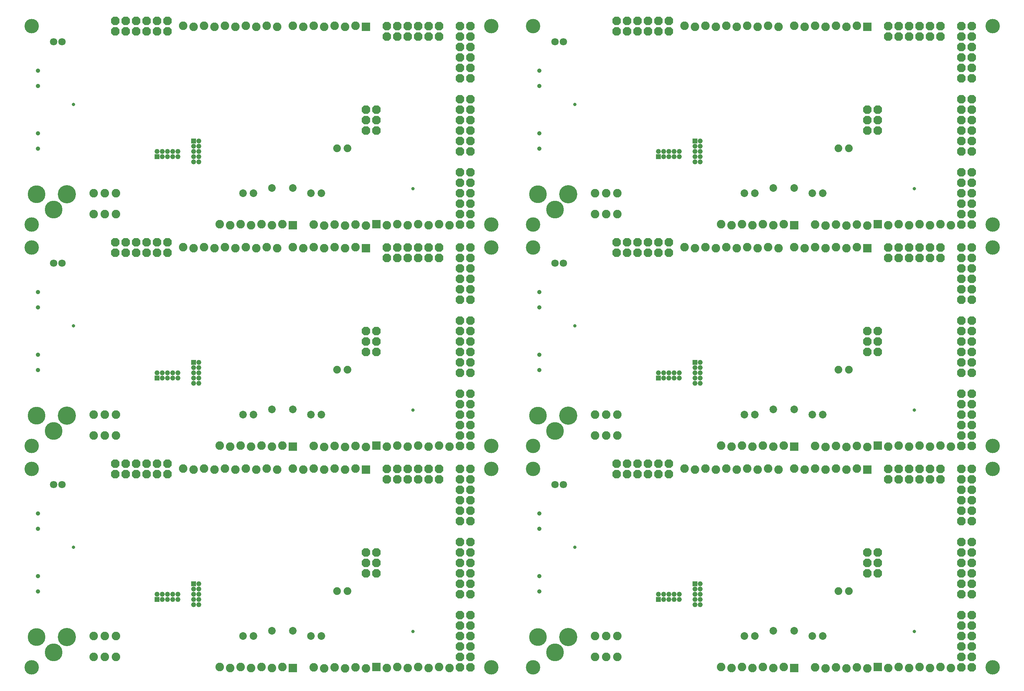
<source format=gbs>
G75*
%MOIN*%
%OFA0B0*%
%FSLAX24Y24*%
%IPPOS*%
%LPD*%
%AMOC8*
5,1,8,0,0,1.08239X$1,22.5*
%
%ADD10C,0.0316*%
%ADD11C,0.0710*%
%ADD12C,0.1740*%
%ADD13C,0.1700*%
%ADD14C,0.0820*%
%ADD15R,0.0820X0.0820*%
%ADD16OC8,0.0820*%
%ADD17R,0.0490X0.0490*%
%ADD18C,0.0490*%
%ADD19C,0.0415*%
%ADD20C,0.0730*%
%ADD21C,0.0740*%
%ADD22C,0.1380*%
D10*
X009640Y015340D03*
X009640Y036540D03*
X009640Y057740D03*
X042140Y049690D03*
X057640Y057740D03*
X057640Y036540D03*
X042140Y028490D03*
X057640Y015340D03*
X042140Y007290D03*
X090140Y007290D03*
X090140Y028490D03*
X090140Y049690D03*
D11*
X056534Y042540D03*
X055746Y042540D03*
X055746Y021340D03*
X056534Y021340D03*
X008534Y021340D03*
X007746Y021340D03*
X007746Y042540D03*
X008534Y042540D03*
X008534Y063740D03*
X007746Y063740D03*
X055746Y063740D03*
X056534Y063740D03*
D12*
X057004Y049140D03*
X057004Y027940D03*
X057004Y006740D03*
X009004Y006740D03*
X009004Y027940D03*
X009004Y049140D03*
D13*
X006121Y049130D03*
X007753Y047659D03*
X006121Y027930D03*
X007753Y026459D03*
X006121Y006730D03*
X007753Y005259D03*
X054121Y006730D03*
X055753Y005259D03*
X055753Y026459D03*
X054121Y027930D03*
X055753Y047659D03*
X054121Y049130D03*
D14*
X059570Y049240D03*
X060640Y049240D03*
X061710Y049240D03*
X061710Y047240D03*
X060640Y047240D03*
X059570Y047240D03*
X068140Y044090D03*
X069140Y043990D03*
X070140Y044090D03*
X071140Y043990D03*
X072140Y044090D03*
X073140Y043990D03*
X074140Y044090D03*
X075140Y043990D03*
X076140Y044090D03*
X077140Y043990D03*
X078640Y044090D03*
X079640Y043990D03*
X080640Y044090D03*
X081640Y043990D03*
X082640Y044090D03*
X083640Y043990D03*
X084640Y044090D03*
X084640Y046240D03*
X083640Y046140D03*
X082640Y046240D03*
X081640Y046140D03*
X080640Y046240D03*
X077640Y046290D03*
X076640Y046190D03*
X075640Y046290D03*
X074640Y046190D03*
X073640Y046290D03*
X072640Y046190D03*
X071640Y046290D03*
X085640Y046140D03*
X087640Y046190D03*
X088640Y046290D03*
X089640Y046190D03*
X090640Y046290D03*
X091640Y046190D03*
X092640Y046290D03*
X093640Y046190D03*
X084640Y065290D03*
X083640Y065190D03*
X082640Y065290D03*
X081640Y065190D03*
X080640Y065290D03*
X079640Y065190D03*
X078640Y065290D03*
X077140Y065190D03*
X076140Y065290D03*
X075140Y065190D03*
X074140Y065290D03*
X073140Y065190D03*
X072140Y065290D03*
X071140Y065190D03*
X070140Y065290D03*
X069140Y065190D03*
X068140Y065290D03*
X044640Y046290D03*
X043640Y046190D03*
X042640Y046290D03*
X041640Y046190D03*
X040640Y046290D03*
X039640Y046190D03*
X037640Y046140D03*
X036640Y046240D03*
X035640Y046140D03*
X034640Y046240D03*
X033640Y046140D03*
X032640Y046240D03*
X032640Y044090D03*
X031640Y043990D03*
X030640Y044090D03*
X029140Y043990D03*
X028140Y044090D03*
X027140Y043990D03*
X026140Y044090D03*
X025140Y043990D03*
X024140Y044090D03*
X023140Y043990D03*
X022140Y044090D03*
X021140Y043990D03*
X020140Y044090D03*
X023640Y046290D03*
X024640Y046190D03*
X025640Y046290D03*
X026640Y046190D03*
X027640Y046290D03*
X028640Y046190D03*
X029640Y046290D03*
X033640Y043990D03*
X034640Y044090D03*
X035640Y043990D03*
X036640Y044090D03*
X045640Y046190D03*
X059570Y028040D03*
X060640Y028040D03*
X061710Y028040D03*
X061710Y026040D03*
X060640Y026040D03*
X059570Y026040D03*
X068140Y022890D03*
X069140Y022790D03*
X070140Y022890D03*
X071140Y022790D03*
X072140Y022890D03*
X073140Y022790D03*
X074140Y022890D03*
X075140Y022790D03*
X076140Y022890D03*
X077140Y022790D03*
X078640Y022890D03*
X079640Y022790D03*
X080640Y022890D03*
X081640Y022790D03*
X082640Y022890D03*
X083640Y022790D03*
X084640Y022890D03*
X084640Y025040D03*
X083640Y024940D03*
X082640Y025040D03*
X081640Y024940D03*
X080640Y025040D03*
X077640Y025090D03*
X076640Y024990D03*
X075640Y025090D03*
X074640Y024990D03*
X073640Y025090D03*
X072640Y024990D03*
X071640Y025090D03*
X085640Y024940D03*
X087640Y024990D03*
X088640Y025090D03*
X089640Y024990D03*
X090640Y025090D03*
X091640Y024990D03*
X092640Y025090D03*
X093640Y024990D03*
X092640Y003890D03*
X091640Y003790D03*
X090640Y003890D03*
X089640Y003790D03*
X088640Y003890D03*
X087640Y003790D03*
X085640Y003740D03*
X084640Y003840D03*
X083640Y003740D03*
X082640Y003840D03*
X081640Y003740D03*
X080640Y003840D03*
X077640Y003890D03*
X076640Y003790D03*
X075640Y003890D03*
X074640Y003790D03*
X073640Y003890D03*
X072640Y003790D03*
X071640Y003890D03*
X061710Y004840D03*
X060640Y004840D03*
X059570Y004840D03*
X059570Y006840D03*
X060640Y006840D03*
X061710Y006840D03*
X045640Y003790D03*
X044640Y003890D03*
X043640Y003790D03*
X042640Y003890D03*
X041640Y003790D03*
X040640Y003890D03*
X039640Y003790D03*
X037640Y003740D03*
X036640Y003840D03*
X035640Y003740D03*
X034640Y003840D03*
X033640Y003740D03*
X032640Y003840D03*
X029640Y003890D03*
X028640Y003790D03*
X027640Y003890D03*
X026640Y003790D03*
X025640Y003890D03*
X024640Y003790D03*
X023640Y003890D03*
X013710Y004840D03*
X012640Y004840D03*
X011570Y004840D03*
X011570Y006840D03*
X012640Y006840D03*
X013710Y006840D03*
X021140Y022790D03*
X020140Y022890D03*
X022140Y022890D03*
X023140Y022790D03*
X024140Y022890D03*
X025140Y022790D03*
X026140Y022890D03*
X027140Y022790D03*
X028140Y022890D03*
X029140Y022790D03*
X030640Y022890D03*
X031640Y022790D03*
X032640Y022890D03*
X033640Y022790D03*
X034640Y022890D03*
X035640Y022790D03*
X036640Y022890D03*
X036640Y025040D03*
X035640Y024940D03*
X034640Y025040D03*
X033640Y024940D03*
X032640Y025040D03*
X029640Y025090D03*
X028640Y024990D03*
X027640Y025090D03*
X026640Y024990D03*
X025640Y025090D03*
X024640Y024990D03*
X023640Y025090D03*
X013710Y026040D03*
X012640Y026040D03*
X011570Y026040D03*
X011570Y028040D03*
X012640Y028040D03*
X013710Y028040D03*
X037640Y024940D03*
X039640Y024990D03*
X040640Y025090D03*
X041640Y024990D03*
X042640Y025090D03*
X043640Y024990D03*
X044640Y025090D03*
X045640Y024990D03*
X013710Y047240D03*
X012640Y047240D03*
X011570Y047240D03*
X011570Y049240D03*
X012640Y049240D03*
X013710Y049240D03*
X020140Y065290D03*
X021140Y065190D03*
X022140Y065290D03*
X023140Y065190D03*
X024140Y065290D03*
X025140Y065190D03*
X026140Y065290D03*
X027140Y065190D03*
X028140Y065290D03*
X029140Y065190D03*
X030640Y065290D03*
X031640Y065190D03*
X032640Y065290D03*
X033640Y065190D03*
X034640Y065290D03*
X035640Y065190D03*
X036640Y065290D03*
X093640Y003790D03*
D15*
X086640Y003890D03*
X078640Y003790D03*
X085640Y022790D03*
X086640Y025090D03*
X078640Y024990D03*
X085640Y043990D03*
X086640Y046290D03*
X078640Y046190D03*
X085640Y065190D03*
X038640Y046290D03*
X037640Y043990D03*
X030640Y046190D03*
X037640Y065190D03*
X038640Y025090D03*
X037640Y022790D03*
X030640Y024990D03*
X030640Y003790D03*
X038640Y003890D03*
D16*
X046640Y003840D03*
X047640Y003840D03*
X047640Y004840D03*
X047640Y005840D03*
X047640Y006840D03*
X046640Y006840D03*
X046640Y005840D03*
X046640Y004840D03*
X046640Y007840D03*
X046640Y008840D03*
X047640Y008840D03*
X047640Y007840D03*
X047640Y010840D03*
X046640Y010840D03*
X046640Y011840D03*
X046640Y012840D03*
X047640Y012840D03*
X047640Y011840D03*
X047640Y013840D03*
X047640Y014840D03*
X047640Y015840D03*
X046640Y015840D03*
X046640Y014840D03*
X046640Y013840D03*
X046640Y017840D03*
X047640Y017840D03*
X047640Y018840D03*
X047640Y019840D03*
X046640Y019840D03*
X046640Y018840D03*
X046640Y020840D03*
X046640Y021840D03*
X047640Y021840D03*
X047640Y020840D03*
X047640Y022840D03*
X046640Y022840D03*
X044640Y022840D03*
X043640Y022840D03*
X042640Y022840D03*
X041640Y022840D03*
X040640Y022840D03*
X039640Y022840D03*
X039640Y021840D03*
X040640Y021840D03*
X041640Y021840D03*
X042640Y021840D03*
X043640Y021840D03*
X044640Y021840D03*
X046640Y025040D03*
X046640Y026040D03*
X047640Y026040D03*
X047640Y025040D03*
X047640Y027040D03*
X047640Y028040D03*
X046640Y028040D03*
X046640Y027040D03*
X046640Y029040D03*
X046640Y030040D03*
X047640Y030040D03*
X047640Y029040D03*
X047640Y032040D03*
X047640Y033040D03*
X046640Y033040D03*
X046640Y032040D03*
X046640Y034040D03*
X046640Y035040D03*
X047640Y035040D03*
X047640Y034040D03*
X047640Y036040D03*
X047640Y037040D03*
X046640Y037040D03*
X046640Y036040D03*
X046640Y039040D03*
X046640Y040040D03*
X047640Y040040D03*
X047640Y039040D03*
X047640Y041040D03*
X047640Y042040D03*
X046640Y042040D03*
X046640Y041040D03*
X046640Y043040D03*
X046640Y044040D03*
X047640Y044040D03*
X047640Y043040D03*
X044640Y043040D03*
X043640Y043040D03*
X043640Y044040D03*
X044640Y044040D03*
X042640Y044040D03*
X042640Y043040D03*
X041640Y043040D03*
X041640Y044040D03*
X040640Y044040D03*
X040640Y043040D03*
X039640Y043040D03*
X039640Y044040D03*
X046640Y046240D03*
X047640Y046240D03*
X047640Y047240D03*
X047640Y048240D03*
X046640Y048240D03*
X046640Y047240D03*
X046640Y049240D03*
X046640Y050240D03*
X047640Y050240D03*
X047640Y049240D03*
X047640Y051240D03*
X046640Y051240D03*
X046640Y053240D03*
X046640Y054240D03*
X046640Y055240D03*
X047640Y055240D03*
X047640Y054240D03*
X047640Y053240D03*
X047640Y056240D03*
X047640Y057240D03*
X046640Y057240D03*
X046640Y056240D03*
X046640Y058240D03*
X047640Y058240D03*
X047640Y060240D03*
X047640Y061240D03*
X046640Y061240D03*
X046640Y060240D03*
X046640Y062240D03*
X046640Y063240D03*
X046640Y064240D03*
X047640Y064240D03*
X047640Y063240D03*
X047640Y062240D03*
X044640Y064240D03*
X043640Y064240D03*
X042640Y064240D03*
X041640Y064240D03*
X040640Y064240D03*
X039640Y064240D03*
X039640Y065240D03*
X040640Y065240D03*
X041640Y065240D03*
X042640Y065240D03*
X043640Y065240D03*
X044640Y065240D03*
X046640Y065240D03*
X047640Y065240D03*
X038640Y057240D03*
X038640Y056240D03*
X037640Y056240D03*
X037640Y057240D03*
X037640Y055240D03*
X038640Y055240D03*
X018640Y064740D03*
X017640Y064740D03*
X016640Y064740D03*
X015640Y064740D03*
X014640Y064740D03*
X013640Y064740D03*
X013640Y065740D03*
X014640Y065740D03*
X015640Y065740D03*
X016640Y065740D03*
X017640Y065740D03*
X018640Y065740D03*
X018640Y044540D03*
X018640Y043540D03*
X017640Y043540D03*
X017640Y044540D03*
X016640Y044540D03*
X016640Y043540D03*
X015640Y043540D03*
X015640Y044540D03*
X014640Y044540D03*
X014640Y043540D03*
X013640Y043540D03*
X013640Y044540D03*
X037640Y036040D03*
X038640Y036040D03*
X038640Y035040D03*
X038640Y034040D03*
X037640Y034040D03*
X037640Y035040D03*
X018640Y023340D03*
X018640Y022340D03*
X017640Y022340D03*
X017640Y023340D03*
X016640Y023340D03*
X016640Y022340D03*
X015640Y022340D03*
X015640Y023340D03*
X014640Y023340D03*
X014640Y022340D03*
X013640Y022340D03*
X013640Y023340D03*
X037640Y014840D03*
X037640Y013840D03*
X038640Y013840D03*
X038640Y014840D03*
X038640Y012840D03*
X037640Y012840D03*
X061640Y022340D03*
X061640Y023340D03*
X062640Y023340D03*
X062640Y022340D03*
X063640Y022340D03*
X063640Y023340D03*
X064640Y023340D03*
X064640Y022340D03*
X065640Y022340D03*
X065640Y023340D03*
X066640Y023340D03*
X066640Y022340D03*
X085640Y014840D03*
X085640Y013840D03*
X086640Y013840D03*
X086640Y014840D03*
X086640Y012840D03*
X085640Y012840D03*
X094640Y012840D03*
X094640Y011840D03*
X095640Y011840D03*
X095640Y012840D03*
X095640Y013840D03*
X095640Y014840D03*
X095640Y015840D03*
X094640Y015840D03*
X094640Y014840D03*
X094640Y013840D03*
X094640Y010840D03*
X095640Y010840D03*
X095640Y008840D03*
X095640Y007840D03*
X094640Y007840D03*
X094640Y008840D03*
X094640Y006840D03*
X094640Y005840D03*
X094640Y004840D03*
X095640Y004840D03*
X095640Y005840D03*
X095640Y006840D03*
X095640Y003840D03*
X094640Y003840D03*
X094640Y017840D03*
X095640Y017840D03*
X095640Y018840D03*
X095640Y019840D03*
X094640Y019840D03*
X094640Y018840D03*
X094640Y020840D03*
X094640Y021840D03*
X095640Y021840D03*
X095640Y020840D03*
X095640Y022840D03*
X094640Y022840D03*
X092640Y022840D03*
X091640Y022840D03*
X090640Y022840D03*
X089640Y022840D03*
X088640Y022840D03*
X087640Y022840D03*
X087640Y021840D03*
X088640Y021840D03*
X089640Y021840D03*
X090640Y021840D03*
X091640Y021840D03*
X092640Y021840D03*
X094640Y025040D03*
X094640Y026040D03*
X095640Y026040D03*
X095640Y025040D03*
X095640Y027040D03*
X095640Y028040D03*
X094640Y028040D03*
X094640Y027040D03*
X094640Y029040D03*
X094640Y030040D03*
X095640Y030040D03*
X095640Y029040D03*
X095640Y032040D03*
X095640Y033040D03*
X094640Y033040D03*
X094640Y032040D03*
X094640Y034040D03*
X094640Y035040D03*
X095640Y035040D03*
X095640Y034040D03*
X095640Y036040D03*
X095640Y037040D03*
X094640Y037040D03*
X094640Y036040D03*
X094640Y039040D03*
X094640Y040040D03*
X095640Y040040D03*
X095640Y039040D03*
X095640Y041040D03*
X095640Y042040D03*
X094640Y042040D03*
X094640Y041040D03*
X094640Y043040D03*
X094640Y044040D03*
X095640Y044040D03*
X095640Y043040D03*
X092640Y043040D03*
X092640Y044040D03*
X091640Y044040D03*
X091640Y043040D03*
X090640Y043040D03*
X090640Y044040D03*
X089640Y044040D03*
X089640Y043040D03*
X088640Y043040D03*
X088640Y044040D03*
X087640Y044040D03*
X087640Y043040D03*
X094640Y046240D03*
X095640Y046240D03*
X095640Y047240D03*
X095640Y048240D03*
X094640Y048240D03*
X094640Y047240D03*
X094640Y049240D03*
X094640Y050240D03*
X095640Y050240D03*
X095640Y049240D03*
X095640Y051240D03*
X094640Y051240D03*
X094640Y053240D03*
X094640Y054240D03*
X094640Y055240D03*
X095640Y055240D03*
X095640Y054240D03*
X095640Y053240D03*
X095640Y056240D03*
X095640Y057240D03*
X094640Y057240D03*
X094640Y056240D03*
X094640Y058240D03*
X095640Y058240D03*
X095640Y060240D03*
X095640Y061240D03*
X094640Y061240D03*
X094640Y060240D03*
X094640Y062240D03*
X094640Y063240D03*
X094640Y064240D03*
X095640Y064240D03*
X095640Y063240D03*
X095640Y062240D03*
X092640Y064240D03*
X091640Y064240D03*
X090640Y064240D03*
X089640Y064240D03*
X088640Y064240D03*
X087640Y064240D03*
X087640Y065240D03*
X088640Y065240D03*
X089640Y065240D03*
X090640Y065240D03*
X091640Y065240D03*
X092640Y065240D03*
X094640Y065240D03*
X095640Y065240D03*
X086640Y057240D03*
X086640Y056240D03*
X085640Y056240D03*
X085640Y057240D03*
X085640Y055240D03*
X086640Y055240D03*
X066640Y064740D03*
X065640Y064740D03*
X064640Y064740D03*
X063640Y064740D03*
X062640Y064740D03*
X061640Y064740D03*
X061640Y065740D03*
X062640Y065740D03*
X063640Y065740D03*
X064640Y065740D03*
X065640Y065740D03*
X066640Y065740D03*
X066640Y044540D03*
X066640Y043540D03*
X065640Y043540D03*
X065640Y044540D03*
X064640Y044540D03*
X064640Y043540D03*
X063640Y043540D03*
X063640Y044540D03*
X062640Y044540D03*
X062640Y043540D03*
X061640Y043540D03*
X061640Y044540D03*
X085640Y036040D03*
X086640Y036040D03*
X086640Y035040D03*
X086640Y034040D03*
X085640Y034040D03*
X085640Y035040D03*
D17*
X069140Y033040D03*
X065640Y031540D03*
X069140Y011840D03*
X065640Y010340D03*
X021140Y011840D03*
X017640Y010340D03*
X017640Y031540D03*
X021140Y033040D03*
X017640Y052740D03*
X021140Y054240D03*
X065640Y052740D03*
X069140Y054240D03*
D18*
X069640Y054240D03*
X069640Y053740D03*
X069640Y053240D03*
X069140Y053240D03*
X069140Y053740D03*
X069140Y052740D03*
X069640Y052740D03*
X069640Y052240D03*
X069140Y052240D03*
X067640Y052740D03*
X067140Y052740D03*
X067140Y053240D03*
X067640Y053240D03*
X066640Y053240D03*
X066140Y053240D03*
X066140Y052740D03*
X066640Y052740D03*
X065640Y053240D03*
X069640Y033040D03*
X069640Y032540D03*
X069140Y032540D03*
X069140Y032040D03*
X069640Y032040D03*
X069640Y031540D03*
X069140Y031540D03*
X069140Y031040D03*
X069640Y031040D03*
X067640Y031540D03*
X067140Y031540D03*
X067140Y032040D03*
X067640Y032040D03*
X066640Y032040D03*
X066140Y032040D03*
X066140Y031540D03*
X066640Y031540D03*
X065640Y032040D03*
X069640Y011840D03*
X069640Y011340D03*
X069140Y011340D03*
X069140Y010840D03*
X069640Y010840D03*
X069640Y010340D03*
X069640Y009840D03*
X069140Y009840D03*
X069140Y010340D03*
X067640Y010340D03*
X067140Y010340D03*
X067140Y010840D03*
X067640Y010840D03*
X066640Y010840D03*
X066140Y010840D03*
X066140Y010340D03*
X066640Y010340D03*
X065640Y010840D03*
X021640Y010840D03*
X021640Y010340D03*
X021640Y009840D03*
X021140Y009840D03*
X021140Y010340D03*
X021140Y010840D03*
X021140Y011340D03*
X021640Y011340D03*
X021640Y011840D03*
X019640Y010840D03*
X019640Y010340D03*
X019140Y010340D03*
X018640Y010340D03*
X018640Y010840D03*
X019140Y010840D03*
X018140Y010840D03*
X017640Y010840D03*
X018140Y010340D03*
X021140Y031040D03*
X021140Y031540D03*
X021140Y032040D03*
X021140Y032540D03*
X021640Y032540D03*
X021640Y033040D03*
X021640Y032040D03*
X021640Y031540D03*
X021640Y031040D03*
X019640Y031540D03*
X019640Y032040D03*
X019140Y032040D03*
X018640Y032040D03*
X018640Y031540D03*
X019140Y031540D03*
X018140Y031540D03*
X018140Y032040D03*
X017640Y032040D03*
X021140Y052240D03*
X021140Y052740D03*
X021140Y053240D03*
X021140Y053740D03*
X021640Y053740D03*
X021640Y053240D03*
X021640Y052740D03*
X021640Y052240D03*
X019640Y052740D03*
X019640Y053240D03*
X019140Y053240D03*
X018640Y053240D03*
X018640Y052740D03*
X019140Y052740D03*
X018140Y052740D03*
X018140Y053240D03*
X017640Y053240D03*
X021640Y054240D03*
D19*
X006256Y053492D03*
X006256Y054988D03*
X006256Y059492D03*
X006256Y060988D03*
X006256Y039788D03*
X006256Y038292D03*
X006256Y033788D03*
X006256Y032292D03*
X006256Y018588D03*
X006256Y017092D03*
X006256Y012588D03*
X006256Y011092D03*
X054256Y011092D03*
X054256Y012588D03*
X054256Y017092D03*
X054256Y018588D03*
X054256Y032292D03*
X054256Y033788D03*
X054256Y038292D03*
X054256Y039788D03*
X054256Y053492D03*
X054256Y054988D03*
X054256Y059492D03*
X054256Y060988D03*
D20*
X073890Y049240D03*
X074890Y049240D03*
X076640Y049740D03*
X078640Y049740D03*
X080390Y049240D03*
X081390Y049240D03*
X078640Y028540D03*
X080390Y028040D03*
X081390Y028040D03*
X076640Y028540D03*
X074890Y028040D03*
X073890Y028040D03*
X076640Y007340D03*
X074890Y006840D03*
X073890Y006840D03*
X078640Y007340D03*
X080390Y006840D03*
X081390Y006840D03*
X033390Y006840D03*
X032390Y006840D03*
X030640Y007340D03*
X028640Y007340D03*
X026890Y006840D03*
X025890Y006840D03*
X025890Y028040D03*
X026890Y028040D03*
X028640Y028540D03*
X030640Y028540D03*
X032390Y028040D03*
X033390Y028040D03*
X033390Y049240D03*
X032390Y049240D03*
X030640Y049740D03*
X028640Y049740D03*
X026890Y049240D03*
X025890Y049240D03*
D21*
X034890Y053540D03*
X035890Y053540D03*
X035890Y032340D03*
X034890Y032340D03*
X034890Y011140D03*
X035890Y011140D03*
X082890Y011140D03*
X083890Y011140D03*
X083890Y032340D03*
X082890Y032340D03*
X082890Y053540D03*
X083890Y053540D03*
D22*
X005640Y003840D03*
X005640Y022840D03*
X005640Y025040D03*
X005640Y044040D03*
X005640Y046240D03*
X005640Y065240D03*
X049640Y065240D03*
X053640Y065240D03*
X053640Y046240D03*
X053640Y044040D03*
X049640Y044040D03*
X049640Y046240D03*
X049640Y025040D03*
X049640Y022840D03*
X053640Y022840D03*
X053640Y025040D03*
X053640Y003840D03*
X049640Y003840D03*
X097640Y003840D03*
X097640Y022840D03*
X097640Y025040D03*
X097640Y044040D03*
X097640Y046240D03*
X097640Y065240D03*
M02*

</source>
